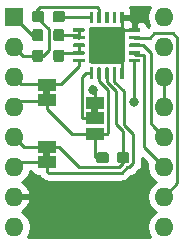
<source format=gbr>
G04 #@! TF.GenerationSoftware,KiCad,Pcbnew,(5.1.5)-3*
G04 #@! TF.CreationDate,2020-05-13T15:10:14-05:00*
G04 #@! TF.ProjectId,pt100stick,70743130-3073-4746-9963-6b2e6b696361,rev?*
G04 #@! TF.SameCoordinates,Original*
G04 #@! TF.FileFunction,Copper,L1,Top*
G04 #@! TF.FilePolarity,Positive*
%FSLAX46Y46*%
G04 Gerber Fmt 4.6, Leading zero omitted, Abs format (unit mm)*
G04 Created by KiCad (PCBNEW (5.1.5)-3) date 2020-05-13 15:10:14*
%MOMM*%
%LPD*%
G04 APERTURE LIST*
%ADD10C,0.100000*%
%ADD11R,1.500000X1.000000*%
%ADD12O,1.600000X1.600000*%
%ADD13R,1.600000X1.600000*%
%ADD14C,0.800000*%
%ADD15C,0.250000*%
%ADD16C,0.254000*%
G04 APERTURE END LIST*
D10*
G36*
X149398000Y-78826000D02*
G01*
X149398000Y-79326000D01*
X148798000Y-79326000D01*
X148798000Y-78826000D01*
X149398000Y-78826000D01*
G37*
G36*
X145334000Y-77257000D02*
G01*
X145334000Y-77757000D01*
X144734000Y-77757000D01*
X144734000Y-77257000D01*
X145334000Y-77257000D01*
G37*
G36*
X144734000Y-83054000D02*
G01*
X144734000Y-82554000D01*
X145334000Y-82554000D01*
X145334000Y-83054000D01*
X144734000Y-83054000D01*
G37*
G04 #@! TA.AperFunction,SMDPad,CuDef*
G36*
X146310779Y-72148144D02*
G01*
X146333834Y-72151563D01*
X146356443Y-72157227D01*
X146378387Y-72165079D01*
X146399457Y-72175044D01*
X146419448Y-72187026D01*
X146438168Y-72200910D01*
X146455438Y-72216562D01*
X146471090Y-72233832D01*
X146484974Y-72252552D01*
X146496956Y-72272543D01*
X146506921Y-72293613D01*
X146514773Y-72315557D01*
X146520437Y-72338166D01*
X146523856Y-72361221D01*
X146525000Y-72384500D01*
X146525000Y-72959500D01*
X146523856Y-72982779D01*
X146520437Y-73005834D01*
X146514773Y-73028443D01*
X146506921Y-73050387D01*
X146496956Y-73071457D01*
X146484974Y-73091448D01*
X146471090Y-73110168D01*
X146455438Y-73127438D01*
X146438168Y-73143090D01*
X146419448Y-73156974D01*
X146399457Y-73168956D01*
X146378387Y-73178921D01*
X146356443Y-73186773D01*
X146333834Y-73192437D01*
X146310779Y-73195856D01*
X146287500Y-73197000D01*
X145812500Y-73197000D01*
X145789221Y-73195856D01*
X145766166Y-73192437D01*
X145743557Y-73186773D01*
X145721613Y-73178921D01*
X145700543Y-73168956D01*
X145680552Y-73156974D01*
X145661832Y-73143090D01*
X145644562Y-73127438D01*
X145628910Y-73110168D01*
X145615026Y-73091448D01*
X145603044Y-73071457D01*
X145593079Y-73050387D01*
X145585227Y-73028443D01*
X145579563Y-73005834D01*
X145576144Y-72982779D01*
X145575000Y-72959500D01*
X145575000Y-72384500D01*
X145576144Y-72361221D01*
X145579563Y-72338166D01*
X145585227Y-72315557D01*
X145593079Y-72293613D01*
X145603044Y-72272543D01*
X145615026Y-72252552D01*
X145628910Y-72233832D01*
X145644562Y-72216562D01*
X145661832Y-72200910D01*
X145680552Y-72187026D01*
X145700543Y-72175044D01*
X145721613Y-72165079D01*
X145743557Y-72157227D01*
X145766166Y-72151563D01*
X145789221Y-72148144D01*
X145812500Y-72147000D01*
X146287500Y-72147000D01*
X146310779Y-72148144D01*
G37*
G04 #@! TD.AperFunction*
G04 #@! TA.AperFunction,SMDPad,CuDef*
G36*
X146310779Y-73898144D02*
G01*
X146333834Y-73901563D01*
X146356443Y-73907227D01*
X146378387Y-73915079D01*
X146399457Y-73925044D01*
X146419448Y-73937026D01*
X146438168Y-73950910D01*
X146455438Y-73966562D01*
X146471090Y-73983832D01*
X146484974Y-74002552D01*
X146496956Y-74022543D01*
X146506921Y-74043613D01*
X146514773Y-74065557D01*
X146520437Y-74088166D01*
X146523856Y-74111221D01*
X146525000Y-74134500D01*
X146525000Y-74709500D01*
X146523856Y-74732779D01*
X146520437Y-74755834D01*
X146514773Y-74778443D01*
X146506921Y-74800387D01*
X146496956Y-74821457D01*
X146484974Y-74841448D01*
X146471090Y-74860168D01*
X146455438Y-74877438D01*
X146438168Y-74893090D01*
X146419448Y-74906974D01*
X146399457Y-74918956D01*
X146378387Y-74928921D01*
X146356443Y-74936773D01*
X146333834Y-74942437D01*
X146310779Y-74945856D01*
X146287500Y-74947000D01*
X145812500Y-74947000D01*
X145789221Y-74945856D01*
X145766166Y-74942437D01*
X145743557Y-74936773D01*
X145721613Y-74928921D01*
X145700543Y-74918956D01*
X145680552Y-74906974D01*
X145661832Y-74893090D01*
X145644562Y-74877438D01*
X145628910Y-74860168D01*
X145615026Y-74841448D01*
X145603044Y-74821457D01*
X145593079Y-74800387D01*
X145585227Y-74778443D01*
X145579563Y-74755834D01*
X145576144Y-74732779D01*
X145575000Y-74709500D01*
X145575000Y-74134500D01*
X145576144Y-74111221D01*
X145579563Y-74088166D01*
X145585227Y-74065557D01*
X145593079Y-74043613D01*
X145603044Y-74022543D01*
X145615026Y-74002552D01*
X145628910Y-73983832D01*
X145644562Y-73966562D01*
X145661832Y-73950910D01*
X145680552Y-73937026D01*
X145700543Y-73925044D01*
X145721613Y-73915079D01*
X145743557Y-73907227D01*
X145766166Y-73901563D01*
X145789221Y-73898144D01*
X145812500Y-73897000D01*
X146287500Y-73897000D01*
X146310779Y-73898144D01*
G37*
G04 #@! TD.AperFunction*
D11*
X149098000Y-79726000D03*
X149098000Y-81026000D03*
X149098000Y-78426000D03*
X145034000Y-78157000D03*
X145034000Y-76857000D03*
X145034000Y-82154000D03*
X145034000Y-83454000D03*
G04 #@! TA.AperFunction,SMDPad,CuDef*
D10*
G36*
X146360779Y-70646144D02*
G01*
X146383834Y-70649563D01*
X146406443Y-70655227D01*
X146428387Y-70663079D01*
X146449457Y-70673044D01*
X146469448Y-70685026D01*
X146488168Y-70698910D01*
X146505438Y-70714562D01*
X146521090Y-70731832D01*
X146534974Y-70750552D01*
X146546956Y-70770543D01*
X146556921Y-70791613D01*
X146564773Y-70813557D01*
X146570437Y-70836166D01*
X146573856Y-70859221D01*
X146575000Y-70882500D01*
X146575000Y-71357500D01*
X146573856Y-71380779D01*
X146570437Y-71403834D01*
X146564773Y-71426443D01*
X146556921Y-71448387D01*
X146546956Y-71469457D01*
X146534974Y-71489448D01*
X146521090Y-71508168D01*
X146505438Y-71525438D01*
X146488168Y-71541090D01*
X146469448Y-71554974D01*
X146449457Y-71566956D01*
X146428387Y-71576921D01*
X146406443Y-71584773D01*
X146383834Y-71590437D01*
X146360779Y-71593856D01*
X146337500Y-71595000D01*
X145762500Y-71595000D01*
X145739221Y-71593856D01*
X145716166Y-71590437D01*
X145693557Y-71584773D01*
X145671613Y-71576921D01*
X145650543Y-71566956D01*
X145630552Y-71554974D01*
X145611832Y-71541090D01*
X145594562Y-71525438D01*
X145578910Y-71508168D01*
X145565026Y-71489448D01*
X145553044Y-71469457D01*
X145543079Y-71448387D01*
X145535227Y-71426443D01*
X145529563Y-71403834D01*
X145526144Y-71380779D01*
X145525000Y-71357500D01*
X145525000Y-70882500D01*
X145526144Y-70859221D01*
X145529563Y-70836166D01*
X145535227Y-70813557D01*
X145543079Y-70791613D01*
X145553044Y-70770543D01*
X145565026Y-70750552D01*
X145578910Y-70731832D01*
X145594562Y-70714562D01*
X145611832Y-70698910D01*
X145630552Y-70685026D01*
X145650543Y-70673044D01*
X145671613Y-70663079D01*
X145693557Y-70655227D01*
X145716166Y-70649563D01*
X145739221Y-70646144D01*
X145762500Y-70645000D01*
X146337500Y-70645000D01*
X146360779Y-70646144D01*
G37*
G04 #@! TD.AperFunction*
G04 #@! TA.AperFunction,SMDPad,CuDef*
G36*
X144610779Y-70646144D02*
G01*
X144633834Y-70649563D01*
X144656443Y-70655227D01*
X144678387Y-70663079D01*
X144699457Y-70673044D01*
X144719448Y-70685026D01*
X144738168Y-70698910D01*
X144755438Y-70714562D01*
X144771090Y-70731832D01*
X144784974Y-70750552D01*
X144796956Y-70770543D01*
X144806921Y-70791613D01*
X144814773Y-70813557D01*
X144820437Y-70836166D01*
X144823856Y-70859221D01*
X144825000Y-70882500D01*
X144825000Y-71357500D01*
X144823856Y-71380779D01*
X144820437Y-71403834D01*
X144814773Y-71426443D01*
X144806921Y-71448387D01*
X144796956Y-71469457D01*
X144784974Y-71489448D01*
X144771090Y-71508168D01*
X144755438Y-71525438D01*
X144738168Y-71541090D01*
X144719448Y-71554974D01*
X144699457Y-71566956D01*
X144678387Y-71576921D01*
X144656443Y-71584773D01*
X144633834Y-71590437D01*
X144610779Y-71593856D01*
X144587500Y-71595000D01*
X144012500Y-71595000D01*
X143989221Y-71593856D01*
X143966166Y-71590437D01*
X143943557Y-71584773D01*
X143921613Y-71576921D01*
X143900543Y-71566956D01*
X143880552Y-71554974D01*
X143861832Y-71541090D01*
X143844562Y-71525438D01*
X143828910Y-71508168D01*
X143815026Y-71489448D01*
X143803044Y-71469457D01*
X143793079Y-71448387D01*
X143785227Y-71426443D01*
X143779563Y-71403834D01*
X143776144Y-71380779D01*
X143775000Y-71357500D01*
X143775000Y-70882500D01*
X143776144Y-70859221D01*
X143779563Y-70836166D01*
X143785227Y-70813557D01*
X143793079Y-70791613D01*
X143803044Y-70770543D01*
X143815026Y-70750552D01*
X143828910Y-70731832D01*
X143844562Y-70714562D01*
X143861832Y-70698910D01*
X143880552Y-70685026D01*
X143900543Y-70673044D01*
X143921613Y-70663079D01*
X143943557Y-70655227D01*
X143966166Y-70649563D01*
X143989221Y-70646144D01*
X144012500Y-70645000D01*
X144587500Y-70645000D01*
X144610779Y-70646144D01*
G37*
G04 #@! TD.AperFunction*
G04 #@! TA.AperFunction,SMDPad,CuDef*
G36*
X144532779Y-72148144D02*
G01*
X144555834Y-72151563D01*
X144578443Y-72157227D01*
X144600387Y-72165079D01*
X144621457Y-72175044D01*
X144641448Y-72187026D01*
X144660168Y-72200910D01*
X144677438Y-72216562D01*
X144693090Y-72233832D01*
X144706974Y-72252552D01*
X144718956Y-72272543D01*
X144728921Y-72293613D01*
X144736773Y-72315557D01*
X144742437Y-72338166D01*
X144745856Y-72361221D01*
X144747000Y-72384500D01*
X144747000Y-72959500D01*
X144745856Y-72982779D01*
X144742437Y-73005834D01*
X144736773Y-73028443D01*
X144728921Y-73050387D01*
X144718956Y-73071457D01*
X144706974Y-73091448D01*
X144693090Y-73110168D01*
X144677438Y-73127438D01*
X144660168Y-73143090D01*
X144641448Y-73156974D01*
X144621457Y-73168956D01*
X144600387Y-73178921D01*
X144578443Y-73186773D01*
X144555834Y-73192437D01*
X144532779Y-73195856D01*
X144509500Y-73197000D01*
X144034500Y-73197000D01*
X144011221Y-73195856D01*
X143988166Y-73192437D01*
X143965557Y-73186773D01*
X143943613Y-73178921D01*
X143922543Y-73168956D01*
X143902552Y-73156974D01*
X143883832Y-73143090D01*
X143866562Y-73127438D01*
X143850910Y-73110168D01*
X143837026Y-73091448D01*
X143825044Y-73071457D01*
X143815079Y-73050387D01*
X143807227Y-73028443D01*
X143801563Y-73005834D01*
X143798144Y-72982779D01*
X143797000Y-72959500D01*
X143797000Y-72384500D01*
X143798144Y-72361221D01*
X143801563Y-72338166D01*
X143807227Y-72315557D01*
X143815079Y-72293613D01*
X143825044Y-72272543D01*
X143837026Y-72252552D01*
X143850910Y-72233832D01*
X143866562Y-72216562D01*
X143883832Y-72200910D01*
X143902552Y-72187026D01*
X143922543Y-72175044D01*
X143943613Y-72165079D01*
X143965557Y-72157227D01*
X143988166Y-72151563D01*
X144011221Y-72148144D01*
X144034500Y-72147000D01*
X144509500Y-72147000D01*
X144532779Y-72148144D01*
G37*
G04 #@! TD.AperFunction*
G04 #@! TA.AperFunction,SMDPad,CuDef*
G36*
X144532779Y-73898144D02*
G01*
X144555834Y-73901563D01*
X144578443Y-73907227D01*
X144600387Y-73915079D01*
X144621457Y-73925044D01*
X144641448Y-73937026D01*
X144660168Y-73950910D01*
X144677438Y-73966562D01*
X144693090Y-73983832D01*
X144706974Y-74002552D01*
X144718956Y-74022543D01*
X144728921Y-74043613D01*
X144736773Y-74065557D01*
X144742437Y-74088166D01*
X144745856Y-74111221D01*
X144747000Y-74134500D01*
X144747000Y-74709500D01*
X144745856Y-74732779D01*
X144742437Y-74755834D01*
X144736773Y-74778443D01*
X144728921Y-74800387D01*
X144718956Y-74821457D01*
X144706974Y-74841448D01*
X144693090Y-74860168D01*
X144677438Y-74877438D01*
X144660168Y-74893090D01*
X144641448Y-74906974D01*
X144621457Y-74918956D01*
X144600387Y-74928921D01*
X144578443Y-74936773D01*
X144555834Y-74942437D01*
X144532779Y-74945856D01*
X144509500Y-74947000D01*
X144034500Y-74947000D01*
X144011221Y-74945856D01*
X143988166Y-74942437D01*
X143965557Y-74936773D01*
X143943613Y-74928921D01*
X143922543Y-74918956D01*
X143902552Y-74906974D01*
X143883832Y-74893090D01*
X143866562Y-74877438D01*
X143850910Y-74860168D01*
X143837026Y-74841448D01*
X143825044Y-74821457D01*
X143815079Y-74800387D01*
X143807227Y-74778443D01*
X143801563Y-74755834D01*
X143798144Y-74732779D01*
X143797000Y-74709500D01*
X143797000Y-74134500D01*
X143798144Y-74111221D01*
X143801563Y-74088166D01*
X143807227Y-74065557D01*
X143815079Y-74043613D01*
X143825044Y-74022543D01*
X143837026Y-74002552D01*
X143850910Y-73983832D01*
X143866562Y-73966562D01*
X143883832Y-73950910D01*
X143902552Y-73937026D01*
X143922543Y-73925044D01*
X143943613Y-73915079D01*
X143965557Y-73907227D01*
X143988166Y-73901563D01*
X144011221Y-73898144D01*
X144034500Y-73897000D01*
X144509500Y-73897000D01*
X144532779Y-73898144D01*
G37*
G04 #@! TD.AperFunction*
G04 #@! TA.AperFunction,SMDPad,CuDef*
G36*
X151807779Y-82584144D02*
G01*
X151830834Y-82587563D01*
X151853443Y-82593227D01*
X151875387Y-82601079D01*
X151896457Y-82611044D01*
X151916448Y-82623026D01*
X151935168Y-82636910D01*
X151952438Y-82652562D01*
X151968090Y-82669832D01*
X151981974Y-82688552D01*
X151993956Y-82708543D01*
X152003921Y-82729613D01*
X152011773Y-82751557D01*
X152017437Y-82774166D01*
X152020856Y-82797221D01*
X152022000Y-82820500D01*
X152022000Y-83295500D01*
X152020856Y-83318779D01*
X152017437Y-83341834D01*
X152011773Y-83364443D01*
X152003921Y-83386387D01*
X151993956Y-83407457D01*
X151981974Y-83427448D01*
X151968090Y-83446168D01*
X151952438Y-83463438D01*
X151935168Y-83479090D01*
X151916448Y-83492974D01*
X151896457Y-83504956D01*
X151875387Y-83514921D01*
X151853443Y-83522773D01*
X151830834Y-83528437D01*
X151807779Y-83531856D01*
X151784500Y-83533000D01*
X151209500Y-83533000D01*
X151186221Y-83531856D01*
X151163166Y-83528437D01*
X151140557Y-83522773D01*
X151118613Y-83514921D01*
X151097543Y-83504956D01*
X151077552Y-83492974D01*
X151058832Y-83479090D01*
X151041562Y-83463438D01*
X151025910Y-83446168D01*
X151012026Y-83427448D01*
X151000044Y-83407457D01*
X150990079Y-83386387D01*
X150982227Y-83364443D01*
X150976563Y-83341834D01*
X150973144Y-83318779D01*
X150972000Y-83295500D01*
X150972000Y-82820500D01*
X150973144Y-82797221D01*
X150976563Y-82774166D01*
X150982227Y-82751557D01*
X150990079Y-82729613D01*
X151000044Y-82708543D01*
X151012026Y-82688552D01*
X151025910Y-82669832D01*
X151041562Y-82652562D01*
X151058832Y-82636910D01*
X151077552Y-82623026D01*
X151097543Y-82611044D01*
X151118613Y-82601079D01*
X151140557Y-82593227D01*
X151163166Y-82587563D01*
X151186221Y-82584144D01*
X151209500Y-82583000D01*
X151784500Y-82583000D01*
X151807779Y-82584144D01*
G37*
G04 #@! TD.AperFunction*
G04 #@! TA.AperFunction,SMDPad,CuDef*
G36*
X150057779Y-82584144D02*
G01*
X150080834Y-82587563D01*
X150103443Y-82593227D01*
X150125387Y-82601079D01*
X150146457Y-82611044D01*
X150166448Y-82623026D01*
X150185168Y-82636910D01*
X150202438Y-82652562D01*
X150218090Y-82669832D01*
X150231974Y-82688552D01*
X150243956Y-82708543D01*
X150253921Y-82729613D01*
X150261773Y-82751557D01*
X150267437Y-82774166D01*
X150270856Y-82797221D01*
X150272000Y-82820500D01*
X150272000Y-83295500D01*
X150270856Y-83318779D01*
X150267437Y-83341834D01*
X150261773Y-83364443D01*
X150253921Y-83386387D01*
X150243956Y-83407457D01*
X150231974Y-83427448D01*
X150218090Y-83446168D01*
X150202438Y-83463438D01*
X150185168Y-83479090D01*
X150166448Y-83492974D01*
X150146457Y-83504956D01*
X150125387Y-83514921D01*
X150103443Y-83522773D01*
X150080834Y-83528437D01*
X150057779Y-83531856D01*
X150034500Y-83533000D01*
X149459500Y-83533000D01*
X149436221Y-83531856D01*
X149413166Y-83528437D01*
X149390557Y-83522773D01*
X149368613Y-83514921D01*
X149347543Y-83504956D01*
X149327552Y-83492974D01*
X149308832Y-83479090D01*
X149291562Y-83463438D01*
X149275910Y-83446168D01*
X149262026Y-83427448D01*
X149250044Y-83407457D01*
X149240079Y-83386387D01*
X149232227Y-83364443D01*
X149226563Y-83341834D01*
X149223144Y-83318779D01*
X149222000Y-83295500D01*
X149222000Y-82820500D01*
X149223144Y-82797221D01*
X149226563Y-82774166D01*
X149232227Y-82751557D01*
X149240079Y-82729613D01*
X149250044Y-82708543D01*
X149262026Y-82688552D01*
X149275910Y-82669832D01*
X149291562Y-82652562D01*
X149308832Y-82636910D01*
X149327552Y-82623026D01*
X149347543Y-82611044D01*
X149368613Y-82601079D01*
X149390557Y-82593227D01*
X149413166Y-82587563D01*
X149436221Y-82584144D01*
X149459500Y-82583000D01*
X150034500Y-82583000D01*
X150057779Y-82584144D01*
G37*
G04 #@! TD.AperFunction*
D12*
X154940000Y-71120000D03*
X142240000Y-88900000D03*
X154940000Y-73660000D03*
X142240000Y-86360000D03*
X154940000Y-76200000D03*
X142240000Y-83820000D03*
X154940000Y-78740000D03*
X142240000Y-81280000D03*
X154940000Y-81280000D03*
X142240000Y-78740000D03*
X154940000Y-83820000D03*
X142240000Y-76200000D03*
X154940000Y-86360000D03*
X142240000Y-73660000D03*
X154940000Y-88900000D03*
D13*
X142240000Y-71120000D03*
G04 #@! TA.AperFunction,SMDPad,CuDef*
D10*
G36*
X151438505Y-71984204D02*
G01*
X151462773Y-71987804D01*
X151486572Y-71993765D01*
X151509671Y-72002030D01*
X151531850Y-72012520D01*
X151552893Y-72025132D01*
X151572599Y-72039747D01*
X151590777Y-72056223D01*
X151607253Y-72074401D01*
X151621868Y-72094107D01*
X151634480Y-72115150D01*
X151644970Y-72137329D01*
X151653235Y-72160428D01*
X151659196Y-72184227D01*
X151662796Y-72208495D01*
X151664000Y-72232999D01*
X151664000Y-74833001D01*
X151662796Y-74857505D01*
X151659196Y-74881773D01*
X151653235Y-74905572D01*
X151644970Y-74928671D01*
X151634480Y-74950850D01*
X151621868Y-74971893D01*
X151607253Y-74991599D01*
X151590777Y-75009777D01*
X151572599Y-75026253D01*
X151552893Y-75040868D01*
X151531850Y-75053480D01*
X151509671Y-75063970D01*
X151486572Y-75072235D01*
X151462773Y-75078196D01*
X151438505Y-75081796D01*
X151414001Y-75083000D01*
X148813999Y-75083000D01*
X148789495Y-75081796D01*
X148765227Y-75078196D01*
X148741428Y-75072235D01*
X148718329Y-75063970D01*
X148696150Y-75053480D01*
X148675107Y-75040868D01*
X148655401Y-75026253D01*
X148637223Y-75009777D01*
X148620747Y-74991599D01*
X148606132Y-74971893D01*
X148593520Y-74950850D01*
X148583030Y-74928671D01*
X148574765Y-74905572D01*
X148568804Y-74881773D01*
X148565204Y-74857505D01*
X148564000Y-74833001D01*
X148564000Y-72232999D01*
X148565204Y-72208495D01*
X148568804Y-72184227D01*
X148574765Y-72160428D01*
X148583030Y-72137329D01*
X148593520Y-72115150D01*
X148606132Y-72094107D01*
X148620747Y-72074401D01*
X148637223Y-72056223D01*
X148655401Y-72039747D01*
X148675107Y-72025132D01*
X148696150Y-72012520D01*
X148718329Y-72002030D01*
X148741428Y-71993765D01*
X148765227Y-71987804D01*
X148789495Y-71984204D01*
X148813999Y-71983000D01*
X151414001Y-71983000D01*
X151438505Y-71984204D01*
G37*
G04 #@! TD.AperFunction*
G04 #@! TA.AperFunction,SMDPad,CuDef*
G36*
X148171351Y-72083361D02*
G01*
X148178632Y-72084441D01*
X148185771Y-72086229D01*
X148192701Y-72088709D01*
X148199355Y-72091856D01*
X148205668Y-72095640D01*
X148211579Y-72100024D01*
X148217033Y-72104967D01*
X148221976Y-72110421D01*
X148226360Y-72116332D01*
X148230144Y-72122645D01*
X148233291Y-72129299D01*
X148235771Y-72136229D01*
X148237559Y-72143368D01*
X148238639Y-72150649D01*
X148239000Y-72158000D01*
X148239000Y-72308000D01*
X148238639Y-72315351D01*
X148237559Y-72322632D01*
X148235771Y-72329771D01*
X148233291Y-72336701D01*
X148230144Y-72343355D01*
X148226360Y-72349668D01*
X148221976Y-72355579D01*
X148217033Y-72361033D01*
X148211579Y-72365976D01*
X148205668Y-72370360D01*
X148199355Y-72374144D01*
X148192701Y-72377291D01*
X148185771Y-72379771D01*
X148178632Y-72381559D01*
X148171351Y-72382639D01*
X148164000Y-72383000D01*
X147339000Y-72383000D01*
X147331649Y-72382639D01*
X147324368Y-72381559D01*
X147317229Y-72379771D01*
X147310299Y-72377291D01*
X147303645Y-72374144D01*
X147297332Y-72370360D01*
X147291421Y-72365976D01*
X147285967Y-72361033D01*
X147281024Y-72355579D01*
X147276640Y-72349668D01*
X147272856Y-72343355D01*
X147269709Y-72336701D01*
X147267229Y-72329771D01*
X147265441Y-72322632D01*
X147264361Y-72315351D01*
X147264000Y-72308000D01*
X147264000Y-72158000D01*
X147264361Y-72150649D01*
X147265441Y-72143368D01*
X147267229Y-72136229D01*
X147269709Y-72129299D01*
X147272856Y-72122645D01*
X147276640Y-72116332D01*
X147281024Y-72110421D01*
X147285967Y-72104967D01*
X147291421Y-72100024D01*
X147297332Y-72095640D01*
X147303645Y-72091856D01*
X147310299Y-72088709D01*
X147317229Y-72086229D01*
X147324368Y-72084441D01*
X147331649Y-72083361D01*
X147339000Y-72083000D01*
X148164000Y-72083000D01*
X148171351Y-72083361D01*
G37*
G04 #@! TD.AperFunction*
G04 #@! TA.AperFunction,SMDPad,CuDef*
G36*
X148171351Y-72733361D02*
G01*
X148178632Y-72734441D01*
X148185771Y-72736229D01*
X148192701Y-72738709D01*
X148199355Y-72741856D01*
X148205668Y-72745640D01*
X148211579Y-72750024D01*
X148217033Y-72754967D01*
X148221976Y-72760421D01*
X148226360Y-72766332D01*
X148230144Y-72772645D01*
X148233291Y-72779299D01*
X148235771Y-72786229D01*
X148237559Y-72793368D01*
X148238639Y-72800649D01*
X148239000Y-72808000D01*
X148239000Y-72958000D01*
X148238639Y-72965351D01*
X148237559Y-72972632D01*
X148235771Y-72979771D01*
X148233291Y-72986701D01*
X148230144Y-72993355D01*
X148226360Y-72999668D01*
X148221976Y-73005579D01*
X148217033Y-73011033D01*
X148211579Y-73015976D01*
X148205668Y-73020360D01*
X148199355Y-73024144D01*
X148192701Y-73027291D01*
X148185771Y-73029771D01*
X148178632Y-73031559D01*
X148171351Y-73032639D01*
X148164000Y-73033000D01*
X147339000Y-73033000D01*
X147331649Y-73032639D01*
X147324368Y-73031559D01*
X147317229Y-73029771D01*
X147310299Y-73027291D01*
X147303645Y-73024144D01*
X147297332Y-73020360D01*
X147291421Y-73015976D01*
X147285967Y-73011033D01*
X147281024Y-73005579D01*
X147276640Y-72999668D01*
X147272856Y-72993355D01*
X147269709Y-72986701D01*
X147267229Y-72979771D01*
X147265441Y-72972632D01*
X147264361Y-72965351D01*
X147264000Y-72958000D01*
X147264000Y-72808000D01*
X147264361Y-72800649D01*
X147265441Y-72793368D01*
X147267229Y-72786229D01*
X147269709Y-72779299D01*
X147272856Y-72772645D01*
X147276640Y-72766332D01*
X147281024Y-72760421D01*
X147285967Y-72754967D01*
X147291421Y-72750024D01*
X147297332Y-72745640D01*
X147303645Y-72741856D01*
X147310299Y-72738709D01*
X147317229Y-72736229D01*
X147324368Y-72734441D01*
X147331649Y-72733361D01*
X147339000Y-72733000D01*
X148164000Y-72733000D01*
X148171351Y-72733361D01*
G37*
G04 #@! TD.AperFunction*
G04 #@! TA.AperFunction,SMDPad,CuDef*
G36*
X148171351Y-73383361D02*
G01*
X148178632Y-73384441D01*
X148185771Y-73386229D01*
X148192701Y-73388709D01*
X148199355Y-73391856D01*
X148205668Y-73395640D01*
X148211579Y-73400024D01*
X148217033Y-73404967D01*
X148221976Y-73410421D01*
X148226360Y-73416332D01*
X148230144Y-73422645D01*
X148233291Y-73429299D01*
X148235771Y-73436229D01*
X148237559Y-73443368D01*
X148238639Y-73450649D01*
X148239000Y-73458000D01*
X148239000Y-73608000D01*
X148238639Y-73615351D01*
X148237559Y-73622632D01*
X148235771Y-73629771D01*
X148233291Y-73636701D01*
X148230144Y-73643355D01*
X148226360Y-73649668D01*
X148221976Y-73655579D01*
X148217033Y-73661033D01*
X148211579Y-73665976D01*
X148205668Y-73670360D01*
X148199355Y-73674144D01*
X148192701Y-73677291D01*
X148185771Y-73679771D01*
X148178632Y-73681559D01*
X148171351Y-73682639D01*
X148164000Y-73683000D01*
X147339000Y-73683000D01*
X147331649Y-73682639D01*
X147324368Y-73681559D01*
X147317229Y-73679771D01*
X147310299Y-73677291D01*
X147303645Y-73674144D01*
X147297332Y-73670360D01*
X147291421Y-73665976D01*
X147285967Y-73661033D01*
X147281024Y-73655579D01*
X147276640Y-73649668D01*
X147272856Y-73643355D01*
X147269709Y-73636701D01*
X147267229Y-73629771D01*
X147265441Y-73622632D01*
X147264361Y-73615351D01*
X147264000Y-73608000D01*
X147264000Y-73458000D01*
X147264361Y-73450649D01*
X147265441Y-73443368D01*
X147267229Y-73436229D01*
X147269709Y-73429299D01*
X147272856Y-73422645D01*
X147276640Y-73416332D01*
X147281024Y-73410421D01*
X147285967Y-73404967D01*
X147291421Y-73400024D01*
X147297332Y-73395640D01*
X147303645Y-73391856D01*
X147310299Y-73388709D01*
X147317229Y-73386229D01*
X147324368Y-73384441D01*
X147331649Y-73383361D01*
X147339000Y-73383000D01*
X148164000Y-73383000D01*
X148171351Y-73383361D01*
G37*
G04 #@! TD.AperFunction*
G04 #@! TA.AperFunction,SMDPad,CuDef*
G36*
X148171351Y-74033361D02*
G01*
X148178632Y-74034441D01*
X148185771Y-74036229D01*
X148192701Y-74038709D01*
X148199355Y-74041856D01*
X148205668Y-74045640D01*
X148211579Y-74050024D01*
X148217033Y-74054967D01*
X148221976Y-74060421D01*
X148226360Y-74066332D01*
X148230144Y-74072645D01*
X148233291Y-74079299D01*
X148235771Y-74086229D01*
X148237559Y-74093368D01*
X148238639Y-74100649D01*
X148239000Y-74108000D01*
X148239000Y-74258000D01*
X148238639Y-74265351D01*
X148237559Y-74272632D01*
X148235771Y-74279771D01*
X148233291Y-74286701D01*
X148230144Y-74293355D01*
X148226360Y-74299668D01*
X148221976Y-74305579D01*
X148217033Y-74311033D01*
X148211579Y-74315976D01*
X148205668Y-74320360D01*
X148199355Y-74324144D01*
X148192701Y-74327291D01*
X148185771Y-74329771D01*
X148178632Y-74331559D01*
X148171351Y-74332639D01*
X148164000Y-74333000D01*
X147339000Y-74333000D01*
X147331649Y-74332639D01*
X147324368Y-74331559D01*
X147317229Y-74329771D01*
X147310299Y-74327291D01*
X147303645Y-74324144D01*
X147297332Y-74320360D01*
X147291421Y-74315976D01*
X147285967Y-74311033D01*
X147281024Y-74305579D01*
X147276640Y-74299668D01*
X147272856Y-74293355D01*
X147269709Y-74286701D01*
X147267229Y-74279771D01*
X147265441Y-74272632D01*
X147264361Y-74265351D01*
X147264000Y-74258000D01*
X147264000Y-74108000D01*
X147264361Y-74100649D01*
X147265441Y-74093368D01*
X147267229Y-74086229D01*
X147269709Y-74079299D01*
X147272856Y-74072645D01*
X147276640Y-74066332D01*
X147281024Y-74060421D01*
X147285967Y-74054967D01*
X147291421Y-74050024D01*
X147297332Y-74045640D01*
X147303645Y-74041856D01*
X147310299Y-74038709D01*
X147317229Y-74036229D01*
X147324368Y-74034441D01*
X147331649Y-74033361D01*
X147339000Y-74033000D01*
X148164000Y-74033000D01*
X148171351Y-74033361D01*
G37*
G04 #@! TD.AperFunction*
G04 #@! TA.AperFunction,SMDPad,CuDef*
G36*
X148171351Y-74683361D02*
G01*
X148178632Y-74684441D01*
X148185771Y-74686229D01*
X148192701Y-74688709D01*
X148199355Y-74691856D01*
X148205668Y-74695640D01*
X148211579Y-74700024D01*
X148217033Y-74704967D01*
X148221976Y-74710421D01*
X148226360Y-74716332D01*
X148230144Y-74722645D01*
X148233291Y-74729299D01*
X148235771Y-74736229D01*
X148237559Y-74743368D01*
X148238639Y-74750649D01*
X148239000Y-74758000D01*
X148239000Y-74908000D01*
X148238639Y-74915351D01*
X148237559Y-74922632D01*
X148235771Y-74929771D01*
X148233291Y-74936701D01*
X148230144Y-74943355D01*
X148226360Y-74949668D01*
X148221976Y-74955579D01*
X148217033Y-74961033D01*
X148211579Y-74965976D01*
X148205668Y-74970360D01*
X148199355Y-74974144D01*
X148192701Y-74977291D01*
X148185771Y-74979771D01*
X148178632Y-74981559D01*
X148171351Y-74982639D01*
X148164000Y-74983000D01*
X147339000Y-74983000D01*
X147331649Y-74982639D01*
X147324368Y-74981559D01*
X147317229Y-74979771D01*
X147310299Y-74977291D01*
X147303645Y-74974144D01*
X147297332Y-74970360D01*
X147291421Y-74965976D01*
X147285967Y-74961033D01*
X147281024Y-74955579D01*
X147276640Y-74949668D01*
X147272856Y-74943355D01*
X147269709Y-74936701D01*
X147267229Y-74929771D01*
X147265441Y-74922632D01*
X147264361Y-74915351D01*
X147264000Y-74908000D01*
X147264000Y-74758000D01*
X147264361Y-74750649D01*
X147265441Y-74743368D01*
X147267229Y-74736229D01*
X147269709Y-74729299D01*
X147272856Y-74722645D01*
X147276640Y-74716332D01*
X147281024Y-74710421D01*
X147285967Y-74704967D01*
X147291421Y-74700024D01*
X147297332Y-74695640D01*
X147303645Y-74691856D01*
X147310299Y-74688709D01*
X147317229Y-74686229D01*
X147324368Y-74684441D01*
X147331649Y-74683361D01*
X147339000Y-74683000D01*
X148164000Y-74683000D01*
X148171351Y-74683361D01*
G37*
G04 #@! TD.AperFunction*
G04 #@! TA.AperFunction,SMDPad,CuDef*
G36*
X148896351Y-75408361D02*
G01*
X148903632Y-75409441D01*
X148910771Y-75411229D01*
X148917701Y-75413709D01*
X148924355Y-75416856D01*
X148930668Y-75420640D01*
X148936579Y-75425024D01*
X148942033Y-75429967D01*
X148946976Y-75435421D01*
X148951360Y-75441332D01*
X148955144Y-75447645D01*
X148958291Y-75454299D01*
X148960771Y-75461229D01*
X148962559Y-75468368D01*
X148963639Y-75475649D01*
X148964000Y-75483000D01*
X148964000Y-76308000D01*
X148963639Y-76315351D01*
X148962559Y-76322632D01*
X148960771Y-76329771D01*
X148958291Y-76336701D01*
X148955144Y-76343355D01*
X148951360Y-76349668D01*
X148946976Y-76355579D01*
X148942033Y-76361033D01*
X148936579Y-76365976D01*
X148930668Y-76370360D01*
X148924355Y-76374144D01*
X148917701Y-76377291D01*
X148910771Y-76379771D01*
X148903632Y-76381559D01*
X148896351Y-76382639D01*
X148889000Y-76383000D01*
X148739000Y-76383000D01*
X148731649Y-76382639D01*
X148724368Y-76381559D01*
X148717229Y-76379771D01*
X148710299Y-76377291D01*
X148703645Y-76374144D01*
X148697332Y-76370360D01*
X148691421Y-76365976D01*
X148685967Y-76361033D01*
X148681024Y-76355579D01*
X148676640Y-76349668D01*
X148672856Y-76343355D01*
X148669709Y-76336701D01*
X148667229Y-76329771D01*
X148665441Y-76322632D01*
X148664361Y-76315351D01*
X148664000Y-76308000D01*
X148664000Y-75483000D01*
X148664361Y-75475649D01*
X148665441Y-75468368D01*
X148667229Y-75461229D01*
X148669709Y-75454299D01*
X148672856Y-75447645D01*
X148676640Y-75441332D01*
X148681024Y-75435421D01*
X148685967Y-75429967D01*
X148691421Y-75425024D01*
X148697332Y-75420640D01*
X148703645Y-75416856D01*
X148710299Y-75413709D01*
X148717229Y-75411229D01*
X148724368Y-75409441D01*
X148731649Y-75408361D01*
X148739000Y-75408000D01*
X148889000Y-75408000D01*
X148896351Y-75408361D01*
G37*
G04 #@! TD.AperFunction*
G04 #@! TA.AperFunction,SMDPad,CuDef*
G36*
X149546351Y-75408361D02*
G01*
X149553632Y-75409441D01*
X149560771Y-75411229D01*
X149567701Y-75413709D01*
X149574355Y-75416856D01*
X149580668Y-75420640D01*
X149586579Y-75425024D01*
X149592033Y-75429967D01*
X149596976Y-75435421D01*
X149601360Y-75441332D01*
X149605144Y-75447645D01*
X149608291Y-75454299D01*
X149610771Y-75461229D01*
X149612559Y-75468368D01*
X149613639Y-75475649D01*
X149614000Y-75483000D01*
X149614000Y-76308000D01*
X149613639Y-76315351D01*
X149612559Y-76322632D01*
X149610771Y-76329771D01*
X149608291Y-76336701D01*
X149605144Y-76343355D01*
X149601360Y-76349668D01*
X149596976Y-76355579D01*
X149592033Y-76361033D01*
X149586579Y-76365976D01*
X149580668Y-76370360D01*
X149574355Y-76374144D01*
X149567701Y-76377291D01*
X149560771Y-76379771D01*
X149553632Y-76381559D01*
X149546351Y-76382639D01*
X149539000Y-76383000D01*
X149389000Y-76383000D01*
X149381649Y-76382639D01*
X149374368Y-76381559D01*
X149367229Y-76379771D01*
X149360299Y-76377291D01*
X149353645Y-76374144D01*
X149347332Y-76370360D01*
X149341421Y-76365976D01*
X149335967Y-76361033D01*
X149331024Y-76355579D01*
X149326640Y-76349668D01*
X149322856Y-76343355D01*
X149319709Y-76336701D01*
X149317229Y-76329771D01*
X149315441Y-76322632D01*
X149314361Y-76315351D01*
X149314000Y-76308000D01*
X149314000Y-75483000D01*
X149314361Y-75475649D01*
X149315441Y-75468368D01*
X149317229Y-75461229D01*
X149319709Y-75454299D01*
X149322856Y-75447645D01*
X149326640Y-75441332D01*
X149331024Y-75435421D01*
X149335967Y-75429967D01*
X149341421Y-75425024D01*
X149347332Y-75420640D01*
X149353645Y-75416856D01*
X149360299Y-75413709D01*
X149367229Y-75411229D01*
X149374368Y-75409441D01*
X149381649Y-75408361D01*
X149389000Y-75408000D01*
X149539000Y-75408000D01*
X149546351Y-75408361D01*
G37*
G04 #@! TD.AperFunction*
G04 #@! TA.AperFunction,SMDPad,CuDef*
G36*
X150196351Y-75408361D02*
G01*
X150203632Y-75409441D01*
X150210771Y-75411229D01*
X150217701Y-75413709D01*
X150224355Y-75416856D01*
X150230668Y-75420640D01*
X150236579Y-75425024D01*
X150242033Y-75429967D01*
X150246976Y-75435421D01*
X150251360Y-75441332D01*
X150255144Y-75447645D01*
X150258291Y-75454299D01*
X150260771Y-75461229D01*
X150262559Y-75468368D01*
X150263639Y-75475649D01*
X150264000Y-75483000D01*
X150264000Y-76308000D01*
X150263639Y-76315351D01*
X150262559Y-76322632D01*
X150260771Y-76329771D01*
X150258291Y-76336701D01*
X150255144Y-76343355D01*
X150251360Y-76349668D01*
X150246976Y-76355579D01*
X150242033Y-76361033D01*
X150236579Y-76365976D01*
X150230668Y-76370360D01*
X150224355Y-76374144D01*
X150217701Y-76377291D01*
X150210771Y-76379771D01*
X150203632Y-76381559D01*
X150196351Y-76382639D01*
X150189000Y-76383000D01*
X150039000Y-76383000D01*
X150031649Y-76382639D01*
X150024368Y-76381559D01*
X150017229Y-76379771D01*
X150010299Y-76377291D01*
X150003645Y-76374144D01*
X149997332Y-76370360D01*
X149991421Y-76365976D01*
X149985967Y-76361033D01*
X149981024Y-76355579D01*
X149976640Y-76349668D01*
X149972856Y-76343355D01*
X149969709Y-76336701D01*
X149967229Y-76329771D01*
X149965441Y-76322632D01*
X149964361Y-76315351D01*
X149964000Y-76308000D01*
X149964000Y-75483000D01*
X149964361Y-75475649D01*
X149965441Y-75468368D01*
X149967229Y-75461229D01*
X149969709Y-75454299D01*
X149972856Y-75447645D01*
X149976640Y-75441332D01*
X149981024Y-75435421D01*
X149985967Y-75429967D01*
X149991421Y-75425024D01*
X149997332Y-75420640D01*
X150003645Y-75416856D01*
X150010299Y-75413709D01*
X150017229Y-75411229D01*
X150024368Y-75409441D01*
X150031649Y-75408361D01*
X150039000Y-75408000D01*
X150189000Y-75408000D01*
X150196351Y-75408361D01*
G37*
G04 #@! TD.AperFunction*
G04 #@! TA.AperFunction,SMDPad,CuDef*
G36*
X150846351Y-75408361D02*
G01*
X150853632Y-75409441D01*
X150860771Y-75411229D01*
X150867701Y-75413709D01*
X150874355Y-75416856D01*
X150880668Y-75420640D01*
X150886579Y-75425024D01*
X150892033Y-75429967D01*
X150896976Y-75435421D01*
X150901360Y-75441332D01*
X150905144Y-75447645D01*
X150908291Y-75454299D01*
X150910771Y-75461229D01*
X150912559Y-75468368D01*
X150913639Y-75475649D01*
X150914000Y-75483000D01*
X150914000Y-76308000D01*
X150913639Y-76315351D01*
X150912559Y-76322632D01*
X150910771Y-76329771D01*
X150908291Y-76336701D01*
X150905144Y-76343355D01*
X150901360Y-76349668D01*
X150896976Y-76355579D01*
X150892033Y-76361033D01*
X150886579Y-76365976D01*
X150880668Y-76370360D01*
X150874355Y-76374144D01*
X150867701Y-76377291D01*
X150860771Y-76379771D01*
X150853632Y-76381559D01*
X150846351Y-76382639D01*
X150839000Y-76383000D01*
X150689000Y-76383000D01*
X150681649Y-76382639D01*
X150674368Y-76381559D01*
X150667229Y-76379771D01*
X150660299Y-76377291D01*
X150653645Y-76374144D01*
X150647332Y-76370360D01*
X150641421Y-76365976D01*
X150635967Y-76361033D01*
X150631024Y-76355579D01*
X150626640Y-76349668D01*
X150622856Y-76343355D01*
X150619709Y-76336701D01*
X150617229Y-76329771D01*
X150615441Y-76322632D01*
X150614361Y-76315351D01*
X150614000Y-76308000D01*
X150614000Y-75483000D01*
X150614361Y-75475649D01*
X150615441Y-75468368D01*
X150617229Y-75461229D01*
X150619709Y-75454299D01*
X150622856Y-75447645D01*
X150626640Y-75441332D01*
X150631024Y-75435421D01*
X150635967Y-75429967D01*
X150641421Y-75425024D01*
X150647332Y-75420640D01*
X150653645Y-75416856D01*
X150660299Y-75413709D01*
X150667229Y-75411229D01*
X150674368Y-75409441D01*
X150681649Y-75408361D01*
X150689000Y-75408000D01*
X150839000Y-75408000D01*
X150846351Y-75408361D01*
G37*
G04 #@! TD.AperFunction*
G04 #@! TA.AperFunction,SMDPad,CuDef*
G36*
X151496351Y-75408361D02*
G01*
X151503632Y-75409441D01*
X151510771Y-75411229D01*
X151517701Y-75413709D01*
X151524355Y-75416856D01*
X151530668Y-75420640D01*
X151536579Y-75425024D01*
X151542033Y-75429967D01*
X151546976Y-75435421D01*
X151551360Y-75441332D01*
X151555144Y-75447645D01*
X151558291Y-75454299D01*
X151560771Y-75461229D01*
X151562559Y-75468368D01*
X151563639Y-75475649D01*
X151564000Y-75483000D01*
X151564000Y-76308000D01*
X151563639Y-76315351D01*
X151562559Y-76322632D01*
X151560771Y-76329771D01*
X151558291Y-76336701D01*
X151555144Y-76343355D01*
X151551360Y-76349668D01*
X151546976Y-76355579D01*
X151542033Y-76361033D01*
X151536579Y-76365976D01*
X151530668Y-76370360D01*
X151524355Y-76374144D01*
X151517701Y-76377291D01*
X151510771Y-76379771D01*
X151503632Y-76381559D01*
X151496351Y-76382639D01*
X151489000Y-76383000D01*
X151339000Y-76383000D01*
X151331649Y-76382639D01*
X151324368Y-76381559D01*
X151317229Y-76379771D01*
X151310299Y-76377291D01*
X151303645Y-76374144D01*
X151297332Y-76370360D01*
X151291421Y-76365976D01*
X151285967Y-76361033D01*
X151281024Y-76355579D01*
X151276640Y-76349668D01*
X151272856Y-76343355D01*
X151269709Y-76336701D01*
X151267229Y-76329771D01*
X151265441Y-76322632D01*
X151264361Y-76315351D01*
X151264000Y-76308000D01*
X151264000Y-75483000D01*
X151264361Y-75475649D01*
X151265441Y-75468368D01*
X151267229Y-75461229D01*
X151269709Y-75454299D01*
X151272856Y-75447645D01*
X151276640Y-75441332D01*
X151281024Y-75435421D01*
X151285967Y-75429967D01*
X151291421Y-75425024D01*
X151297332Y-75420640D01*
X151303645Y-75416856D01*
X151310299Y-75413709D01*
X151317229Y-75411229D01*
X151324368Y-75409441D01*
X151331649Y-75408361D01*
X151339000Y-75408000D01*
X151489000Y-75408000D01*
X151496351Y-75408361D01*
G37*
G04 #@! TD.AperFunction*
G04 #@! TA.AperFunction,SMDPad,CuDef*
G36*
X152896351Y-74683361D02*
G01*
X152903632Y-74684441D01*
X152910771Y-74686229D01*
X152917701Y-74688709D01*
X152924355Y-74691856D01*
X152930668Y-74695640D01*
X152936579Y-74700024D01*
X152942033Y-74704967D01*
X152946976Y-74710421D01*
X152951360Y-74716332D01*
X152955144Y-74722645D01*
X152958291Y-74729299D01*
X152960771Y-74736229D01*
X152962559Y-74743368D01*
X152963639Y-74750649D01*
X152964000Y-74758000D01*
X152964000Y-74908000D01*
X152963639Y-74915351D01*
X152962559Y-74922632D01*
X152960771Y-74929771D01*
X152958291Y-74936701D01*
X152955144Y-74943355D01*
X152951360Y-74949668D01*
X152946976Y-74955579D01*
X152942033Y-74961033D01*
X152936579Y-74965976D01*
X152930668Y-74970360D01*
X152924355Y-74974144D01*
X152917701Y-74977291D01*
X152910771Y-74979771D01*
X152903632Y-74981559D01*
X152896351Y-74982639D01*
X152889000Y-74983000D01*
X152064000Y-74983000D01*
X152056649Y-74982639D01*
X152049368Y-74981559D01*
X152042229Y-74979771D01*
X152035299Y-74977291D01*
X152028645Y-74974144D01*
X152022332Y-74970360D01*
X152016421Y-74965976D01*
X152010967Y-74961033D01*
X152006024Y-74955579D01*
X152001640Y-74949668D01*
X151997856Y-74943355D01*
X151994709Y-74936701D01*
X151992229Y-74929771D01*
X151990441Y-74922632D01*
X151989361Y-74915351D01*
X151989000Y-74908000D01*
X151989000Y-74758000D01*
X151989361Y-74750649D01*
X151990441Y-74743368D01*
X151992229Y-74736229D01*
X151994709Y-74729299D01*
X151997856Y-74722645D01*
X152001640Y-74716332D01*
X152006024Y-74710421D01*
X152010967Y-74704967D01*
X152016421Y-74700024D01*
X152022332Y-74695640D01*
X152028645Y-74691856D01*
X152035299Y-74688709D01*
X152042229Y-74686229D01*
X152049368Y-74684441D01*
X152056649Y-74683361D01*
X152064000Y-74683000D01*
X152889000Y-74683000D01*
X152896351Y-74683361D01*
G37*
G04 #@! TD.AperFunction*
G04 #@! TA.AperFunction,SMDPad,CuDef*
G36*
X152896351Y-74033361D02*
G01*
X152903632Y-74034441D01*
X152910771Y-74036229D01*
X152917701Y-74038709D01*
X152924355Y-74041856D01*
X152930668Y-74045640D01*
X152936579Y-74050024D01*
X152942033Y-74054967D01*
X152946976Y-74060421D01*
X152951360Y-74066332D01*
X152955144Y-74072645D01*
X152958291Y-74079299D01*
X152960771Y-74086229D01*
X152962559Y-74093368D01*
X152963639Y-74100649D01*
X152964000Y-74108000D01*
X152964000Y-74258000D01*
X152963639Y-74265351D01*
X152962559Y-74272632D01*
X152960771Y-74279771D01*
X152958291Y-74286701D01*
X152955144Y-74293355D01*
X152951360Y-74299668D01*
X152946976Y-74305579D01*
X152942033Y-74311033D01*
X152936579Y-74315976D01*
X152930668Y-74320360D01*
X152924355Y-74324144D01*
X152917701Y-74327291D01*
X152910771Y-74329771D01*
X152903632Y-74331559D01*
X152896351Y-74332639D01*
X152889000Y-74333000D01*
X152064000Y-74333000D01*
X152056649Y-74332639D01*
X152049368Y-74331559D01*
X152042229Y-74329771D01*
X152035299Y-74327291D01*
X152028645Y-74324144D01*
X152022332Y-74320360D01*
X152016421Y-74315976D01*
X152010967Y-74311033D01*
X152006024Y-74305579D01*
X152001640Y-74299668D01*
X151997856Y-74293355D01*
X151994709Y-74286701D01*
X151992229Y-74279771D01*
X151990441Y-74272632D01*
X151989361Y-74265351D01*
X151989000Y-74258000D01*
X151989000Y-74108000D01*
X151989361Y-74100649D01*
X151990441Y-74093368D01*
X151992229Y-74086229D01*
X151994709Y-74079299D01*
X151997856Y-74072645D01*
X152001640Y-74066332D01*
X152006024Y-74060421D01*
X152010967Y-74054967D01*
X152016421Y-74050024D01*
X152022332Y-74045640D01*
X152028645Y-74041856D01*
X152035299Y-74038709D01*
X152042229Y-74036229D01*
X152049368Y-74034441D01*
X152056649Y-74033361D01*
X152064000Y-74033000D01*
X152889000Y-74033000D01*
X152896351Y-74033361D01*
G37*
G04 #@! TD.AperFunction*
G04 #@! TA.AperFunction,SMDPad,CuDef*
G36*
X152896351Y-73383361D02*
G01*
X152903632Y-73384441D01*
X152910771Y-73386229D01*
X152917701Y-73388709D01*
X152924355Y-73391856D01*
X152930668Y-73395640D01*
X152936579Y-73400024D01*
X152942033Y-73404967D01*
X152946976Y-73410421D01*
X152951360Y-73416332D01*
X152955144Y-73422645D01*
X152958291Y-73429299D01*
X152960771Y-73436229D01*
X152962559Y-73443368D01*
X152963639Y-73450649D01*
X152964000Y-73458000D01*
X152964000Y-73608000D01*
X152963639Y-73615351D01*
X152962559Y-73622632D01*
X152960771Y-73629771D01*
X152958291Y-73636701D01*
X152955144Y-73643355D01*
X152951360Y-73649668D01*
X152946976Y-73655579D01*
X152942033Y-73661033D01*
X152936579Y-73665976D01*
X152930668Y-73670360D01*
X152924355Y-73674144D01*
X152917701Y-73677291D01*
X152910771Y-73679771D01*
X152903632Y-73681559D01*
X152896351Y-73682639D01*
X152889000Y-73683000D01*
X152064000Y-73683000D01*
X152056649Y-73682639D01*
X152049368Y-73681559D01*
X152042229Y-73679771D01*
X152035299Y-73677291D01*
X152028645Y-73674144D01*
X152022332Y-73670360D01*
X152016421Y-73665976D01*
X152010967Y-73661033D01*
X152006024Y-73655579D01*
X152001640Y-73649668D01*
X151997856Y-73643355D01*
X151994709Y-73636701D01*
X151992229Y-73629771D01*
X151990441Y-73622632D01*
X151989361Y-73615351D01*
X151989000Y-73608000D01*
X151989000Y-73458000D01*
X151989361Y-73450649D01*
X151990441Y-73443368D01*
X151992229Y-73436229D01*
X151994709Y-73429299D01*
X151997856Y-73422645D01*
X152001640Y-73416332D01*
X152006024Y-73410421D01*
X152010967Y-73404967D01*
X152016421Y-73400024D01*
X152022332Y-73395640D01*
X152028645Y-73391856D01*
X152035299Y-73388709D01*
X152042229Y-73386229D01*
X152049368Y-73384441D01*
X152056649Y-73383361D01*
X152064000Y-73383000D01*
X152889000Y-73383000D01*
X152896351Y-73383361D01*
G37*
G04 #@! TD.AperFunction*
G04 #@! TA.AperFunction,SMDPad,CuDef*
G36*
X152896351Y-72733361D02*
G01*
X152903632Y-72734441D01*
X152910771Y-72736229D01*
X152917701Y-72738709D01*
X152924355Y-72741856D01*
X152930668Y-72745640D01*
X152936579Y-72750024D01*
X152942033Y-72754967D01*
X152946976Y-72760421D01*
X152951360Y-72766332D01*
X152955144Y-72772645D01*
X152958291Y-72779299D01*
X152960771Y-72786229D01*
X152962559Y-72793368D01*
X152963639Y-72800649D01*
X152964000Y-72808000D01*
X152964000Y-72958000D01*
X152963639Y-72965351D01*
X152962559Y-72972632D01*
X152960771Y-72979771D01*
X152958291Y-72986701D01*
X152955144Y-72993355D01*
X152951360Y-72999668D01*
X152946976Y-73005579D01*
X152942033Y-73011033D01*
X152936579Y-73015976D01*
X152930668Y-73020360D01*
X152924355Y-73024144D01*
X152917701Y-73027291D01*
X152910771Y-73029771D01*
X152903632Y-73031559D01*
X152896351Y-73032639D01*
X152889000Y-73033000D01*
X152064000Y-73033000D01*
X152056649Y-73032639D01*
X152049368Y-73031559D01*
X152042229Y-73029771D01*
X152035299Y-73027291D01*
X152028645Y-73024144D01*
X152022332Y-73020360D01*
X152016421Y-73015976D01*
X152010967Y-73011033D01*
X152006024Y-73005579D01*
X152001640Y-72999668D01*
X151997856Y-72993355D01*
X151994709Y-72986701D01*
X151992229Y-72979771D01*
X151990441Y-72972632D01*
X151989361Y-72965351D01*
X151989000Y-72958000D01*
X151989000Y-72808000D01*
X151989361Y-72800649D01*
X151990441Y-72793368D01*
X151992229Y-72786229D01*
X151994709Y-72779299D01*
X151997856Y-72772645D01*
X152001640Y-72766332D01*
X152006024Y-72760421D01*
X152010967Y-72754967D01*
X152016421Y-72750024D01*
X152022332Y-72745640D01*
X152028645Y-72741856D01*
X152035299Y-72738709D01*
X152042229Y-72736229D01*
X152049368Y-72734441D01*
X152056649Y-72733361D01*
X152064000Y-72733000D01*
X152889000Y-72733000D01*
X152896351Y-72733361D01*
G37*
G04 #@! TD.AperFunction*
G04 #@! TA.AperFunction,SMDPad,CuDef*
G36*
X152896351Y-72083361D02*
G01*
X152903632Y-72084441D01*
X152910771Y-72086229D01*
X152917701Y-72088709D01*
X152924355Y-72091856D01*
X152930668Y-72095640D01*
X152936579Y-72100024D01*
X152942033Y-72104967D01*
X152946976Y-72110421D01*
X152951360Y-72116332D01*
X152955144Y-72122645D01*
X152958291Y-72129299D01*
X152960771Y-72136229D01*
X152962559Y-72143368D01*
X152963639Y-72150649D01*
X152964000Y-72158000D01*
X152964000Y-72308000D01*
X152963639Y-72315351D01*
X152962559Y-72322632D01*
X152960771Y-72329771D01*
X152958291Y-72336701D01*
X152955144Y-72343355D01*
X152951360Y-72349668D01*
X152946976Y-72355579D01*
X152942033Y-72361033D01*
X152936579Y-72365976D01*
X152930668Y-72370360D01*
X152924355Y-72374144D01*
X152917701Y-72377291D01*
X152910771Y-72379771D01*
X152903632Y-72381559D01*
X152896351Y-72382639D01*
X152889000Y-72383000D01*
X152064000Y-72383000D01*
X152056649Y-72382639D01*
X152049368Y-72381559D01*
X152042229Y-72379771D01*
X152035299Y-72377291D01*
X152028645Y-72374144D01*
X152022332Y-72370360D01*
X152016421Y-72365976D01*
X152010967Y-72361033D01*
X152006024Y-72355579D01*
X152001640Y-72349668D01*
X151997856Y-72343355D01*
X151994709Y-72336701D01*
X151992229Y-72329771D01*
X151990441Y-72322632D01*
X151989361Y-72315351D01*
X151989000Y-72308000D01*
X151989000Y-72158000D01*
X151989361Y-72150649D01*
X151990441Y-72143368D01*
X151992229Y-72136229D01*
X151994709Y-72129299D01*
X151997856Y-72122645D01*
X152001640Y-72116332D01*
X152006024Y-72110421D01*
X152010967Y-72104967D01*
X152016421Y-72100024D01*
X152022332Y-72095640D01*
X152028645Y-72091856D01*
X152035299Y-72088709D01*
X152042229Y-72086229D01*
X152049368Y-72084441D01*
X152056649Y-72083361D01*
X152064000Y-72083000D01*
X152889000Y-72083000D01*
X152896351Y-72083361D01*
G37*
G04 #@! TD.AperFunction*
G04 #@! TA.AperFunction,SMDPad,CuDef*
G36*
X151496351Y-70683361D02*
G01*
X151503632Y-70684441D01*
X151510771Y-70686229D01*
X151517701Y-70688709D01*
X151524355Y-70691856D01*
X151530668Y-70695640D01*
X151536579Y-70700024D01*
X151542033Y-70704967D01*
X151546976Y-70710421D01*
X151551360Y-70716332D01*
X151555144Y-70722645D01*
X151558291Y-70729299D01*
X151560771Y-70736229D01*
X151562559Y-70743368D01*
X151563639Y-70750649D01*
X151564000Y-70758000D01*
X151564000Y-71583000D01*
X151563639Y-71590351D01*
X151562559Y-71597632D01*
X151560771Y-71604771D01*
X151558291Y-71611701D01*
X151555144Y-71618355D01*
X151551360Y-71624668D01*
X151546976Y-71630579D01*
X151542033Y-71636033D01*
X151536579Y-71640976D01*
X151530668Y-71645360D01*
X151524355Y-71649144D01*
X151517701Y-71652291D01*
X151510771Y-71654771D01*
X151503632Y-71656559D01*
X151496351Y-71657639D01*
X151489000Y-71658000D01*
X151339000Y-71658000D01*
X151331649Y-71657639D01*
X151324368Y-71656559D01*
X151317229Y-71654771D01*
X151310299Y-71652291D01*
X151303645Y-71649144D01*
X151297332Y-71645360D01*
X151291421Y-71640976D01*
X151285967Y-71636033D01*
X151281024Y-71630579D01*
X151276640Y-71624668D01*
X151272856Y-71618355D01*
X151269709Y-71611701D01*
X151267229Y-71604771D01*
X151265441Y-71597632D01*
X151264361Y-71590351D01*
X151264000Y-71583000D01*
X151264000Y-70758000D01*
X151264361Y-70750649D01*
X151265441Y-70743368D01*
X151267229Y-70736229D01*
X151269709Y-70729299D01*
X151272856Y-70722645D01*
X151276640Y-70716332D01*
X151281024Y-70710421D01*
X151285967Y-70704967D01*
X151291421Y-70700024D01*
X151297332Y-70695640D01*
X151303645Y-70691856D01*
X151310299Y-70688709D01*
X151317229Y-70686229D01*
X151324368Y-70684441D01*
X151331649Y-70683361D01*
X151339000Y-70683000D01*
X151489000Y-70683000D01*
X151496351Y-70683361D01*
G37*
G04 #@! TD.AperFunction*
G04 #@! TA.AperFunction,SMDPad,CuDef*
G36*
X150846351Y-70683361D02*
G01*
X150853632Y-70684441D01*
X150860771Y-70686229D01*
X150867701Y-70688709D01*
X150874355Y-70691856D01*
X150880668Y-70695640D01*
X150886579Y-70700024D01*
X150892033Y-70704967D01*
X150896976Y-70710421D01*
X150901360Y-70716332D01*
X150905144Y-70722645D01*
X150908291Y-70729299D01*
X150910771Y-70736229D01*
X150912559Y-70743368D01*
X150913639Y-70750649D01*
X150914000Y-70758000D01*
X150914000Y-71583000D01*
X150913639Y-71590351D01*
X150912559Y-71597632D01*
X150910771Y-71604771D01*
X150908291Y-71611701D01*
X150905144Y-71618355D01*
X150901360Y-71624668D01*
X150896976Y-71630579D01*
X150892033Y-71636033D01*
X150886579Y-71640976D01*
X150880668Y-71645360D01*
X150874355Y-71649144D01*
X150867701Y-71652291D01*
X150860771Y-71654771D01*
X150853632Y-71656559D01*
X150846351Y-71657639D01*
X150839000Y-71658000D01*
X150689000Y-71658000D01*
X150681649Y-71657639D01*
X150674368Y-71656559D01*
X150667229Y-71654771D01*
X150660299Y-71652291D01*
X150653645Y-71649144D01*
X150647332Y-71645360D01*
X150641421Y-71640976D01*
X150635967Y-71636033D01*
X150631024Y-71630579D01*
X150626640Y-71624668D01*
X150622856Y-71618355D01*
X150619709Y-71611701D01*
X150617229Y-71604771D01*
X150615441Y-71597632D01*
X150614361Y-71590351D01*
X150614000Y-71583000D01*
X150614000Y-70758000D01*
X150614361Y-70750649D01*
X150615441Y-70743368D01*
X150617229Y-70736229D01*
X150619709Y-70729299D01*
X150622856Y-70722645D01*
X150626640Y-70716332D01*
X150631024Y-70710421D01*
X150635967Y-70704967D01*
X150641421Y-70700024D01*
X150647332Y-70695640D01*
X150653645Y-70691856D01*
X150660299Y-70688709D01*
X150667229Y-70686229D01*
X150674368Y-70684441D01*
X150681649Y-70683361D01*
X150689000Y-70683000D01*
X150839000Y-70683000D01*
X150846351Y-70683361D01*
G37*
G04 #@! TD.AperFunction*
G04 #@! TA.AperFunction,SMDPad,CuDef*
G36*
X150196351Y-70683361D02*
G01*
X150203632Y-70684441D01*
X150210771Y-70686229D01*
X150217701Y-70688709D01*
X150224355Y-70691856D01*
X150230668Y-70695640D01*
X150236579Y-70700024D01*
X150242033Y-70704967D01*
X150246976Y-70710421D01*
X150251360Y-70716332D01*
X150255144Y-70722645D01*
X150258291Y-70729299D01*
X150260771Y-70736229D01*
X150262559Y-70743368D01*
X150263639Y-70750649D01*
X150264000Y-70758000D01*
X150264000Y-71583000D01*
X150263639Y-71590351D01*
X150262559Y-71597632D01*
X150260771Y-71604771D01*
X150258291Y-71611701D01*
X150255144Y-71618355D01*
X150251360Y-71624668D01*
X150246976Y-71630579D01*
X150242033Y-71636033D01*
X150236579Y-71640976D01*
X150230668Y-71645360D01*
X150224355Y-71649144D01*
X150217701Y-71652291D01*
X150210771Y-71654771D01*
X150203632Y-71656559D01*
X150196351Y-71657639D01*
X150189000Y-71658000D01*
X150039000Y-71658000D01*
X150031649Y-71657639D01*
X150024368Y-71656559D01*
X150017229Y-71654771D01*
X150010299Y-71652291D01*
X150003645Y-71649144D01*
X149997332Y-71645360D01*
X149991421Y-71640976D01*
X149985967Y-71636033D01*
X149981024Y-71630579D01*
X149976640Y-71624668D01*
X149972856Y-71618355D01*
X149969709Y-71611701D01*
X149967229Y-71604771D01*
X149965441Y-71597632D01*
X149964361Y-71590351D01*
X149964000Y-71583000D01*
X149964000Y-70758000D01*
X149964361Y-70750649D01*
X149965441Y-70743368D01*
X149967229Y-70736229D01*
X149969709Y-70729299D01*
X149972856Y-70722645D01*
X149976640Y-70716332D01*
X149981024Y-70710421D01*
X149985967Y-70704967D01*
X149991421Y-70700024D01*
X149997332Y-70695640D01*
X150003645Y-70691856D01*
X150010299Y-70688709D01*
X150017229Y-70686229D01*
X150024368Y-70684441D01*
X150031649Y-70683361D01*
X150039000Y-70683000D01*
X150189000Y-70683000D01*
X150196351Y-70683361D01*
G37*
G04 #@! TD.AperFunction*
G04 #@! TA.AperFunction,SMDPad,CuDef*
G36*
X149546351Y-70683361D02*
G01*
X149553632Y-70684441D01*
X149560771Y-70686229D01*
X149567701Y-70688709D01*
X149574355Y-70691856D01*
X149580668Y-70695640D01*
X149586579Y-70700024D01*
X149592033Y-70704967D01*
X149596976Y-70710421D01*
X149601360Y-70716332D01*
X149605144Y-70722645D01*
X149608291Y-70729299D01*
X149610771Y-70736229D01*
X149612559Y-70743368D01*
X149613639Y-70750649D01*
X149614000Y-70758000D01*
X149614000Y-71583000D01*
X149613639Y-71590351D01*
X149612559Y-71597632D01*
X149610771Y-71604771D01*
X149608291Y-71611701D01*
X149605144Y-71618355D01*
X149601360Y-71624668D01*
X149596976Y-71630579D01*
X149592033Y-71636033D01*
X149586579Y-71640976D01*
X149580668Y-71645360D01*
X149574355Y-71649144D01*
X149567701Y-71652291D01*
X149560771Y-71654771D01*
X149553632Y-71656559D01*
X149546351Y-71657639D01*
X149539000Y-71658000D01*
X149389000Y-71658000D01*
X149381649Y-71657639D01*
X149374368Y-71656559D01*
X149367229Y-71654771D01*
X149360299Y-71652291D01*
X149353645Y-71649144D01*
X149347332Y-71645360D01*
X149341421Y-71640976D01*
X149335967Y-71636033D01*
X149331024Y-71630579D01*
X149326640Y-71624668D01*
X149322856Y-71618355D01*
X149319709Y-71611701D01*
X149317229Y-71604771D01*
X149315441Y-71597632D01*
X149314361Y-71590351D01*
X149314000Y-71583000D01*
X149314000Y-70758000D01*
X149314361Y-70750649D01*
X149315441Y-70743368D01*
X149317229Y-70736229D01*
X149319709Y-70729299D01*
X149322856Y-70722645D01*
X149326640Y-70716332D01*
X149331024Y-70710421D01*
X149335967Y-70704967D01*
X149341421Y-70700024D01*
X149347332Y-70695640D01*
X149353645Y-70691856D01*
X149360299Y-70688709D01*
X149367229Y-70686229D01*
X149374368Y-70684441D01*
X149381649Y-70683361D01*
X149389000Y-70683000D01*
X149539000Y-70683000D01*
X149546351Y-70683361D01*
G37*
G04 #@! TD.AperFunction*
G04 #@! TA.AperFunction,SMDPad,CuDef*
G36*
X148896351Y-70683361D02*
G01*
X148903632Y-70684441D01*
X148910771Y-70686229D01*
X148917701Y-70688709D01*
X148924355Y-70691856D01*
X148930668Y-70695640D01*
X148936579Y-70700024D01*
X148942033Y-70704967D01*
X148946976Y-70710421D01*
X148951360Y-70716332D01*
X148955144Y-70722645D01*
X148958291Y-70729299D01*
X148960771Y-70736229D01*
X148962559Y-70743368D01*
X148963639Y-70750649D01*
X148964000Y-70758000D01*
X148964000Y-71583000D01*
X148963639Y-71590351D01*
X148962559Y-71597632D01*
X148960771Y-71604771D01*
X148958291Y-71611701D01*
X148955144Y-71618355D01*
X148951360Y-71624668D01*
X148946976Y-71630579D01*
X148942033Y-71636033D01*
X148936579Y-71640976D01*
X148930668Y-71645360D01*
X148924355Y-71649144D01*
X148917701Y-71652291D01*
X148910771Y-71654771D01*
X148903632Y-71656559D01*
X148896351Y-71657639D01*
X148889000Y-71658000D01*
X148739000Y-71658000D01*
X148731649Y-71657639D01*
X148724368Y-71656559D01*
X148717229Y-71654771D01*
X148710299Y-71652291D01*
X148703645Y-71649144D01*
X148697332Y-71645360D01*
X148691421Y-71640976D01*
X148685967Y-71636033D01*
X148681024Y-71630579D01*
X148676640Y-71624668D01*
X148672856Y-71618355D01*
X148669709Y-71611701D01*
X148667229Y-71604771D01*
X148665441Y-71597632D01*
X148664361Y-71590351D01*
X148664000Y-71583000D01*
X148664000Y-70758000D01*
X148664361Y-70750649D01*
X148665441Y-70743368D01*
X148667229Y-70736229D01*
X148669709Y-70729299D01*
X148672856Y-70722645D01*
X148676640Y-70716332D01*
X148681024Y-70710421D01*
X148685967Y-70704967D01*
X148691421Y-70700024D01*
X148697332Y-70695640D01*
X148703645Y-70691856D01*
X148710299Y-70688709D01*
X148717229Y-70686229D01*
X148724368Y-70684441D01*
X148731649Y-70683361D01*
X148739000Y-70683000D01*
X148889000Y-70683000D01*
X148896351Y-70683361D01*
G37*
G04 #@! TD.AperFunction*
D14*
X152717500Y-70993000D03*
X148907500Y-77279500D03*
X152400000Y-78359000D03*
D15*
X151414000Y-71193000D02*
X151414000Y-72233000D01*
X151414000Y-72233000D02*
X150114000Y-73533000D01*
X152454000Y-72233000D02*
X151414000Y-72233000D01*
X143792000Y-72672000D02*
X144272000Y-72672000D01*
X142240000Y-71120000D02*
X143792000Y-72672000D01*
X152454000Y-72233000D02*
X152454000Y-71256500D01*
X152454000Y-71256500D02*
X152717500Y-70993000D01*
X151414000Y-74833000D02*
X150114000Y-73533000D01*
X151414000Y-75873000D02*
X151414000Y-74833000D01*
X149098000Y-78426000D02*
X149098000Y-77470000D01*
X149098000Y-77470000D02*
X148907500Y-77279500D01*
X154940000Y-78740000D02*
X154940000Y-76200000D01*
X152454000Y-74833000D02*
X152454000Y-78305000D01*
X152454000Y-78305000D02*
X152400000Y-78359000D01*
X153814999Y-74200001D02*
X153814999Y-80154999D01*
X154140001Y-80480001D02*
X154940000Y-81280000D01*
X153814999Y-80154999D02*
X154140001Y-80480001D01*
X153147998Y-73533000D02*
X153814999Y-74200001D01*
X152454000Y-73533000D02*
X153147998Y-73533000D01*
X153254001Y-82134001D02*
X154940000Y-83820000D01*
X153254001Y-74397999D02*
X153254001Y-82134001D01*
X153189001Y-74332999D02*
X153254001Y-74397999D01*
X152603999Y-74332999D02*
X153189001Y-74332999D01*
X152454000Y-74183000D02*
X152603999Y-74332999D01*
X156065001Y-85234999D02*
X154940000Y-86360000D01*
X156065001Y-72880001D02*
X156065001Y-85234999D01*
X153762000Y-72883000D02*
X154110001Y-72534999D01*
X155719999Y-72534999D02*
X156065001Y-72880001D01*
X154110001Y-72534999D02*
X155719999Y-72534999D01*
X152454000Y-72883000D02*
X153762000Y-72883000D01*
X143002000Y-74422000D02*
X142240000Y-73660000D01*
X144272000Y-74422000D02*
X143002000Y-74422000D01*
X145224500Y-72185500D02*
X144159000Y-71120000D01*
X145224500Y-73944500D02*
X145224500Y-72185500D01*
X144747000Y-74422000D02*
X145224500Y-73944500D01*
X144272000Y-74422000D02*
X144747000Y-74422000D01*
X144484010Y-70319990D02*
X149315990Y-70319990D01*
X149315990Y-70319990D02*
X149464000Y-70468000D01*
X144159000Y-70645000D02*
X144484010Y-70319990D01*
X149464000Y-70468000D02*
X149464000Y-71193000D01*
X144159000Y-71120000D02*
X144159000Y-70645000D01*
X147563000Y-72672000D02*
X147774000Y-72883000D01*
X147774000Y-72658000D02*
X147774000Y-72233000D01*
X147760000Y-72672000D02*
X147774000Y-72658000D01*
X147348000Y-72672000D02*
X147760000Y-72672000D01*
X147348000Y-72672000D02*
X147563000Y-72672000D01*
X146050000Y-72672000D02*
X147348000Y-72672000D01*
X146289000Y-74183000D02*
X146050000Y-74422000D01*
X147774000Y-74183000D02*
X146289000Y-74183000D01*
X147774000Y-73533000D02*
X147774000Y-74183000D01*
X142822000Y-76782000D02*
X142240000Y-76200000D01*
X145034000Y-76782000D02*
X142822000Y-76782000D01*
X147774000Y-75258000D02*
X147774000Y-74833000D01*
X146250000Y-76782000D02*
X147774000Y-75258000D01*
X145034000Y-76782000D02*
X146250000Y-76782000D01*
X152347010Y-83528500D02*
X152017500Y-83858010D01*
X152347010Y-81035100D02*
X152347010Y-83528500D01*
X151574500Y-80262590D02*
X152347010Y-81035100D01*
X151574500Y-77435680D02*
X151574500Y-80262590D01*
X150764000Y-76625180D02*
X151574500Y-77435680D01*
X150764000Y-75873000D02*
X150764000Y-76625180D01*
X145138020Y-84308020D02*
X145034000Y-84204000D01*
X151358390Y-84308020D02*
X145138020Y-84308020D01*
X145034000Y-84204000D02*
X145034000Y-83454000D01*
X151808400Y-83858010D02*
X151358390Y-84308020D01*
X152017500Y-83858010D02*
X151808400Y-83858010D01*
X142606000Y-83454000D02*
X142240000Y-83820000D01*
X145034000Y-83454000D02*
X142606000Y-83454000D01*
X150114000Y-75873000D02*
X150114000Y-76611590D01*
X150114000Y-76611590D02*
X150876000Y-77373590D01*
X150876000Y-77373590D02*
X150876000Y-80200500D01*
X151497000Y-80821500D02*
X151497000Y-83058000D01*
X150876000Y-80200500D02*
X151497000Y-80821500D01*
X146034000Y-82154000D02*
X145034000Y-82154000D01*
X151171990Y-83858010D02*
X147738010Y-83858010D01*
X151497000Y-83533000D02*
X151171990Y-83858010D01*
X147738010Y-83858010D02*
X146034000Y-82154000D01*
X151497000Y-83058000D02*
X151497000Y-83533000D01*
X143114000Y-82154000D02*
X142240000Y-81280000D01*
X145034000Y-82154000D02*
X143114000Y-82154000D01*
X142748000Y-78232000D02*
X142240000Y-78740000D01*
X145034000Y-78232000D02*
X142748000Y-78232000D01*
X150098000Y-81026000D02*
X149098000Y-81026000D01*
X150173001Y-80950999D02*
X150098000Y-81026000D01*
X150173001Y-77307001D02*
X150173001Y-80950999D01*
X149464000Y-76598000D02*
X150173001Y-77307001D01*
X149464000Y-75873000D02*
X149464000Y-76598000D01*
X149222000Y-83058000D02*
X149747000Y-83058000D01*
X149098000Y-82934000D02*
X149222000Y-83058000D01*
X149098000Y-81026000D02*
X149098000Y-82934000D01*
X145034000Y-78907000D02*
X145034000Y-78157000D01*
X147153000Y-81026000D02*
X145034000Y-78907000D01*
X149098000Y-81026000D02*
X147153000Y-81026000D01*
X148022999Y-79650999D02*
X148098000Y-79726000D01*
X148098000Y-79726000D02*
X149098000Y-79726000D01*
X148022999Y-76239001D02*
X148022999Y-79650999D01*
X148389000Y-75873000D02*
X148022999Y-76239001D01*
X148814000Y-75873000D02*
X148389000Y-75873000D01*
X148741000Y-71120000D02*
X148814000Y-71193000D01*
X145909000Y-71120000D02*
X148741000Y-71120000D01*
D16*
G36*
X153541312Y-83496114D02*
G01*
X153505000Y-83678665D01*
X153505000Y-83961335D01*
X153560147Y-84238574D01*
X153668320Y-84499727D01*
X153825363Y-84734759D01*
X154025241Y-84934637D01*
X154257759Y-85090000D01*
X154025241Y-85245363D01*
X153825363Y-85445241D01*
X153668320Y-85680273D01*
X153560147Y-85941426D01*
X153505000Y-86218665D01*
X153505000Y-86501335D01*
X153560147Y-86778574D01*
X153668320Y-87039727D01*
X153825363Y-87274759D01*
X154025241Y-87474637D01*
X154257759Y-87630000D01*
X154025241Y-87785363D01*
X153825363Y-87985241D01*
X153668320Y-88220273D01*
X153560147Y-88481426D01*
X153505000Y-88758665D01*
X153505000Y-89041335D01*
X153560147Y-89318574D01*
X153668320Y-89579727D01*
X153774743Y-89739000D01*
X143405257Y-89739000D01*
X143511680Y-89579727D01*
X143619853Y-89318574D01*
X143675000Y-89041335D01*
X143675000Y-88758665D01*
X143619853Y-88481426D01*
X143511680Y-88220273D01*
X143354637Y-87985241D01*
X143154759Y-87785363D01*
X142919727Y-87628320D01*
X142909135Y-87623933D01*
X143095131Y-87512385D01*
X143303519Y-87323414D01*
X143471037Y-87097420D01*
X143591246Y-86843087D01*
X143631904Y-86709039D01*
X143509915Y-86487000D01*
X142367000Y-86487000D01*
X142367000Y-86507000D01*
X142113000Y-86507000D01*
X142113000Y-86487000D01*
X142093000Y-86487000D01*
X142093000Y-86233000D01*
X142113000Y-86233000D01*
X142113000Y-86213000D01*
X142367000Y-86213000D01*
X142367000Y-86233000D01*
X143509915Y-86233000D01*
X143631904Y-86010961D01*
X143591246Y-85876913D01*
X143471037Y-85622580D01*
X143303519Y-85396586D01*
X143095131Y-85207615D01*
X142909135Y-85096067D01*
X142919727Y-85091680D01*
X143154759Y-84934637D01*
X143354637Y-84734759D01*
X143511680Y-84499727D01*
X143619853Y-84238574D01*
X143624741Y-84214000D01*
X143702954Y-84214000D01*
X143753463Y-84308494D01*
X143832815Y-84405185D01*
X143929506Y-84484537D01*
X144039820Y-84543502D01*
X144159518Y-84579812D01*
X144284000Y-84592072D01*
X144379674Y-84592072D01*
X144399026Y-84628276D01*
X144434253Y-84671200D01*
X144493999Y-84744001D01*
X144523001Y-84767802D01*
X144574219Y-84819021D01*
X144598019Y-84848021D01*
X144713744Y-84942994D01*
X144845773Y-85013566D01*
X144989034Y-85057023D01*
X145100687Y-85068020D01*
X145100697Y-85068020D01*
X145138019Y-85071696D01*
X145175342Y-85068020D01*
X151321068Y-85068020D01*
X151358390Y-85071696D01*
X151395712Y-85068020D01*
X151395723Y-85068020D01*
X151507376Y-85057023D01*
X151650637Y-85013566D01*
X151782666Y-84942994D01*
X151898391Y-84848021D01*
X151922194Y-84819017D01*
X152130670Y-84610541D01*
X152166486Y-84607013D01*
X152309747Y-84563556D01*
X152441776Y-84492984D01*
X152557501Y-84398011D01*
X152581304Y-84369007D01*
X152858007Y-84092304D01*
X152887011Y-84068501D01*
X152981984Y-83952776D01*
X153052556Y-83820747D01*
X153096013Y-83677486D01*
X153107010Y-83565833D01*
X153110687Y-83528500D01*
X153107010Y-83491167D01*
X153107010Y-83061811D01*
X153541312Y-83496114D01*
G37*
X153541312Y-83496114D02*
X153505000Y-83678665D01*
X153505000Y-83961335D01*
X153560147Y-84238574D01*
X153668320Y-84499727D01*
X153825363Y-84734759D01*
X154025241Y-84934637D01*
X154257759Y-85090000D01*
X154025241Y-85245363D01*
X153825363Y-85445241D01*
X153668320Y-85680273D01*
X153560147Y-85941426D01*
X153505000Y-86218665D01*
X153505000Y-86501335D01*
X153560147Y-86778574D01*
X153668320Y-87039727D01*
X153825363Y-87274759D01*
X154025241Y-87474637D01*
X154257759Y-87630000D01*
X154025241Y-87785363D01*
X153825363Y-87985241D01*
X153668320Y-88220273D01*
X153560147Y-88481426D01*
X153505000Y-88758665D01*
X153505000Y-89041335D01*
X153560147Y-89318574D01*
X153668320Y-89579727D01*
X153774743Y-89739000D01*
X143405257Y-89739000D01*
X143511680Y-89579727D01*
X143619853Y-89318574D01*
X143675000Y-89041335D01*
X143675000Y-88758665D01*
X143619853Y-88481426D01*
X143511680Y-88220273D01*
X143354637Y-87985241D01*
X143154759Y-87785363D01*
X142919727Y-87628320D01*
X142909135Y-87623933D01*
X143095131Y-87512385D01*
X143303519Y-87323414D01*
X143471037Y-87097420D01*
X143591246Y-86843087D01*
X143631904Y-86709039D01*
X143509915Y-86487000D01*
X142367000Y-86487000D01*
X142367000Y-86507000D01*
X142113000Y-86507000D01*
X142113000Y-86487000D01*
X142093000Y-86487000D01*
X142093000Y-86233000D01*
X142113000Y-86233000D01*
X142113000Y-86213000D01*
X142367000Y-86213000D01*
X142367000Y-86233000D01*
X143509915Y-86233000D01*
X143631904Y-86010961D01*
X143591246Y-85876913D01*
X143471037Y-85622580D01*
X143303519Y-85396586D01*
X143095131Y-85207615D01*
X142909135Y-85096067D01*
X142919727Y-85091680D01*
X143154759Y-84934637D01*
X143354637Y-84734759D01*
X143511680Y-84499727D01*
X143619853Y-84238574D01*
X143624741Y-84214000D01*
X143702954Y-84214000D01*
X143753463Y-84308494D01*
X143832815Y-84405185D01*
X143929506Y-84484537D01*
X144039820Y-84543502D01*
X144159518Y-84579812D01*
X144284000Y-84592072D01*
X144379674Y-84592072D01*
X144399026Y-84628276D01*
X144434253Y-84671200D01*
X144493999Y-84744001D01*
X144523001Y-84767802D01*
X144574219Y-84819021D01*
X144598019Y-84848021D01*
X144713744Y-84942994D01*
X144845773Y-85013566D01*
X144989034Y-85057023D01*
X145100687Y-85068020D01*
X145100697Y-85068020D01*
X145138019Y-85071696D01*
X145175342Y-85068020D01*
X151321068Y-85068020D01*
X151358390Y-85071696D01*
X151395712Y-85068020D01*
X151395723Y-85068020D01*
X151507376Y-85057023D01*
X151650637Y-85013566D01*
X151782666Y-84942994D01*
X151898391Y-84848021D01*
X151922194Y-84819017D01*
X152130670Y-84610541D01*
X152166486Y-84607013D01*
X152309747Y-84563556D01*
X152441776Y-84492984D01*
X152557501Y-84398011D01*
X152581304Y-84369007D01*
X152858007Y-84092304D01*
X152887011Y-84068501D01*
X152981984Y-83952776D01*
X153052556Y-83820747D01*
X153096013Y-83677486D01*
X153107010Y-83565833D01*
X153110687Y-83528500D01*
X153107010Y-83491167D01*
X153107010Y-83061811D01*
X153541312Y-83496114D01*
G36*
X148829026Y-77022276D02*
G01*
X148900201Y-77109002D01*
X148924000Y-77138001D01*
X148952998Y-77161799D01*
X149082199Y-77291000D01*
X148970998Y-77291000D01*
X148970998Y-77449748D01*
X148812250Y-77291000D01*
X148782999Y-77290806D01*
X148782999Y-77021072D01*
X148828382Y-77021072D01*
X148829026Y-77022276D01*
G37*
X148829026Y-77022276D02*
X148900201Y-77109002D01*
X148924000Y-77138001D01*
X148952998Y-77161799D01*
X149082199Y-77291000D01*
X148970998Y-77291000D01*
X148970998Y-77449748D01*
X148812250Y-77291000D01*
X148782999Y-77290806D01*
X148782999Y-77021072D01*
X148828382Y-77021072D01*
X148829026Y-77022276D01*
G36*
X150241000Y-73406000D02*
G01*
X150261000Y-73406000D01*
X150261000Y-73660000D01*
X150241000Y-73660000D01*
X150241000Y-73680000D01*
X149987000Y-73680000D01*
X149987000Y-73660000D01*
X149967000Y-73660000D01*
X149967000Y-73406000D01*
X149987000Y-73406000D01*
X149987000Y-73386000D01*
X150241000Y-73386000D01*
X150241000Y-73406000D01*
G37*
X150241000Y-73406000D02*
X150261000Y-73406000D01*
X150261000Y-73660000D01*
X150241000Y-73660000D01*
X150241000Y-73680000D01*
X149987000Y-73680000D01*
X149987000Y-73660000D01*
X149967000Y-73660000D01*
X149967000Y-73406000D01*
X149987000Y-73406000D01*
X149987000Y-73386000D01*
X150241000Y-73386000D01*
X150241000Y-73406000D01*
G36*
X144399000Y-72545000D02*
G01*
X144419000Y-72545000D01*
X144419000Y-72799000D01*
X144399000Y-72799000D01*
X144399000Y-72819000D01*
X144145000Y-72819000D01*
X144145000Y-72799000D01*
X144125000Y-72799000D01*
X144125000Y-72545000D01*
X144145000Y-72545000D01*
X144145000Y-72525000D01*
X144399000Y-72525000D01*
X144399000Y-72545000D01*
G37*
X144399000Y-72545000D02*
X144419000Y-72545000D01*
X144419000Y-72799000D01*
X144399000Y-72799000D01*
X144399000Y-72819000D01*
X144145000Y-72819000D01*
X144145000Y-72799000D01*
X144125000Y-72799000D01*
X144125000Y-72545000D01*
X144145000Y-72545000D01*
X144145000Y-72525000D01*
X144399000Y-72525000D01*
X144399000Y-72545000D01*
G36*
X153668320Y-70440273D02*
G01*
X153560147Y-70701426D01*
X153505000Y-70978665D01*
X153505000Y-71261335D01*
X153560147Y-71538574D01*
X153668320Y-71799727D01*
X153722281Y-71880485D01*
X153685725Y-71900025D01*
X153590790Y-71977936D01*
X153587236Y-71946204D01*
X153548573Y-71827245D01*
X153487445Y-71718115D01*
X153406201Y-71623007D01*
X153307964Y-71545576D01*
X153196509Y-71488799D01*
X153076119Y-71454856D01*
X152951419Y-71445052D01*
X152762250Y-71448000D01*
X152603500Y-71606750D01*
X152603500Y-72094928D01*
X152349500Y-72094928D01*
X152349500Y-71606750D01*
X152040250Y-71297500D01*
X151552072Y-71297500D01*
X151552072Y-71043500D01*
X152040250Y-71043500D01*
X152199000Y-70884750D01*
X152201948Y-70695581D01*
X152192144Y-70570881D01*
X152158201Y-70450491D01*
X152101424Y-70339036D01*
X152055680Y-70281000D01*
X153774743Y-70281000D01*
X153668320Y-70440273D01*
G37*
X153668320Y-70440273D02*
X153560147Y-70701426D01*
X153505000Y-70978665D01*
X153505000Y-71261335D01*
X153560147Y-71538574D01*
X153668320Y-71799727D01*
X153722281Y-71880485D01*
X153685725Y-71900025D01*
X153590790Y-71977936D01*
X153587236Y-71946204D01*
X153548573Y-71827245D01*
X153487445Y-71718115D01*
X153406201Y-71623007D01*
X153307964Y-71545576D01*
X153196509Y-71488799D01*
X153076119Y-71454856D01*
X152951419Y-71445052D01*
X152762250Y-71448000D01*
X152603500Y-71606750D01*
X152603500Y-72094928D01*
X152349500Y-72094928D01*
X152349500Y-71606750D01*
X152040250Y-71297500D01*
X151552072Y-71297500D01*
X151552072Y-71043500D01*
X152040250Y-71043500D01*
X152199000Y-70884750D01*
X152201948Y-70695581D01*
X152192144Y-70570881D01*
X152158201Y-70450491D01*
X152101424Y-70339036D01*
X152055680Y-70281000D01*
X153774743Y-70281000D01*
X153668320Y-70440273D01*
G36*
X142367000Y-70993000D02*
G01*
X142387000Y-70993000D01*
X142387000Y-71247000D01*
X142367000Y-71247000D01*
X142367000Y-71267000D01*
X142113000Y-71267000D01*
X142113000Y-71247000D01*
X142093000Y-71247000D01*
X142093000Y-70993000D01*
X142113000Y-70993000D01*
X142113000Y-70973000D01*
X142367000Y-70973000D01*
X142367000Y-70993000D01*
G37*
X142367000Y-70993000D02*
X142387000Y-70993000D01*
X142387000Y-71247000D01*
X142367000Y-71247000D01*
X142367000Y-71267000D01*
X142113000Y-71267000D01*
X142113000Y-71247000D01*
X142093000Y-71247000D01*
X142093000Y-70993000D01*
X142113000Y-70993000D01*
X142113000Y-70973000D01*
X142367000Y-70973000D01*
X142367000Y-70993000D01*
M02*

</source>
